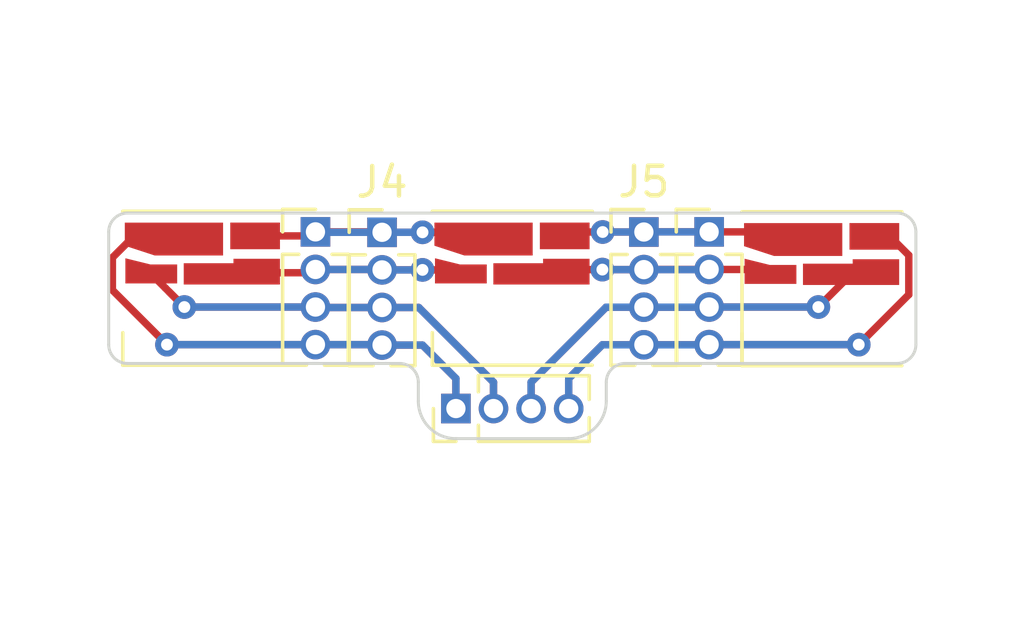
<source format=kicad_pcb>
(kicad_pcb (version 20211014) (generator pcbnew)
  (layers (0 "F.Cu" signal) (31 "B.Cu" signal) (34 "B.Paste" user) (35 "F.Paste" user) (36 "B.SilkS" user "B.Silkscreen") (37 "F.SilkS" user "F.Silkscreen") (38 "B.Mask" user) (39 "F.Mask" user) (44 "Edge.Cuts" user))
  (net 0 "")
  (net 1 "Net-(D1-Pad7)")
  (net 2 "Net-(D1-Pad8)")
  (net 3 "Net-(D2-Pad7)")
  (net 4 "Net-(D2-Pad8)")
  (net 5 "Net-(D1-Pad1)")
  (net 6 "Net-(D1-Pad2)")
  (net 7 "Net-(D3-Pad7)")
  (net 8 "Net-(D3-Pad8)")
  (footprint "FaSTTUBe_LEDs:PLCC8" (layer "F.Cu") (at 173.69 97.79)
    (fp_text reference "D1" hide)
    (fp_text value "CLQ6A_RGB(W)")
    (fp_line (start -2.7 1.5) (end -2.7 2.6) (layer "F.SilkS") (width 0.12))
    (fp_line (start 2.7 2.6) (end -2.7 2.6) (layer "F.SilkS") (width 0.12))
    (fp_line (start -2.7 -2.6) (end 2.7 -2.6) (layer "F.SilkS") (width 0.12))
    (pad "1" smd custom (at -0.971007 -1.666586 180) (size 0.001 0.001) (layers "F.Cu" "F.Paste" "F.Mask") (net 5 "Net-(D1-Pad1)") (options (clearance outline) (anchor rect)) (primitives (gr_poly (pts (xy 1.66 0.55) (xy -1.66 0.55) (xy -1.66 -0.56) (xy 0.65 -0.56) (xy 1.66 -0.23)) (width 0) (fill yes))))
    (pad "2" smd custom (at -1.736989 -0.483081 180) (size 1.75 0.64) (layers "F.Cu" "F.Paste" "F.Mask") (net 6 "Net-(D1-Pad2)") (options (clearance outline) (anchor rect)) (primitives (gr_poly (pts (xy 0.025 0.32) (xy 0.875 0.53) (xy 0.875 0.32)) (width 0) (fill yes))))
    (pad "7" smd custom (at 0.984912 -0.485833 180) (size 3.25 0.72) (layers "F.Cu" "F.Paste" "F.Mask") (net 1 "Net-(D1-Pad7)") (options (clearance outline) (anchor rect)) (primitives (gr_poly (pts (xy -0.055 0.36) (xy -0.055 0.51) (xy -1.625 0.51) (xy -1.625 0.36)) (width 0) (fill yes))))
    (pad "8" smd custom (at 1.771284 -1.768225 180) (size 1.68 0.9) (layers "F.Cu" "F.Paste" "F.Mask") (net 2 "Net-(D1-Pad8)") (options (clearance outline) (anchor rect)) (primitives))
  )
  (footprint "FaSTTUBe_LEDs:PLCC8" (layer "F.Cu") (at 184.15 97.79)
    (fp_text reference "D2" hide)
    (fp_text value "CLQ6A_RGB(W)")
    (fp_line (start 2.7 2.6) (end -2.7 2.6) (layer "F.SilkS") (width 0.12))
    (fp_line (start -2.7 -2.6) (end 2.7 -2.6) (layer "F.SilkS") (width 0.12))
    (fp_line (start -2.7 1.5) (end -2.7 2.6) (layer "F.SilkS") (width 0.12))
    (pad "1" smd custom (at -0.971007 -1.666586 180) (size 0.001 0.001) (layers "F.Cu" "F.Paste" "F.Mask") (net 2 "Net-(D1-Pad8)") (options (clearance outline) (anchor rect)) (primitives (gr_poly (pts (xy 1.66 0.55) (xy -1.66 0.55) (xy -1.66 -0.56) (xy 0.65 -0.56) (xy 1.66 -0.23)) (width 0) (fill yes))))
    (pad "2" smd custom (at -1.736989 -0.483081 180) (size 1.75 0.64) (layers "F.Cu" "F.Paste" "F.Mask") (net 1 "Net-(D1-Pad7)") (options (clearance outline) (anchor rect)) (primitives (gr_poly (pts (xy 0.025 0.32) (xy 0.875 0.53) (xy 0.875 0.32)) (width 0) (fill yes))))
    (pad "7" smd custom (at 0.984912 -0.485833 180) (size 3.25 0.72) (layers "F.Cu" "F.Paste" "F.Mask") (net 3 "Net-(D2-Pad7)") (options (clearance outline) (anchor rect)) (primitives (gr_poly (pts (xy -0.055 0.36) (xy -0.055 0.51) (xy -1.625 0.51) (xy -1.625 0.36)) (width 0) (fill yes))))
    (pad "8" smd custom (at 1.771284 -1.768225 180) (size 1.68 0.9) (layers "F.Cu" "F.Paste" "F.Mask") (net 4 "Net-(D2-Pad8)") (options (clearance outline) (anchor rect)) (primitives))
  )
  (footprint "Connector_PinHeader_1.27mm:PinHeader_1x04_P1.27mm_Vertical" (layer "F.Cu") (at 177.5 95.885)
    (fp_text reference "J2" hide)
    (fp_text value "Conn_01x04_Female")
    (fp_line (start -1.11 4.505) (end -0.30753 4.505) (layer "F.SilkS") (width 0.12))
    (fp_line (start -1.11 0.76) (end -0.563471 0.76) (layer "F.SilkS") (width 0.12))
    (fp_line (start -1.11 0.76) (end -1.11 4.505) (layer "F.SilkS") (width 0.12))
    (fp_line (start -1.11 -0.76) (end 0 -0.76) (layer "F.SilkS") (width 0.12))
    (fp_line (start 0.563471 0.76) (end 1.11 0.76) (layer "F.SilkS") (width 0.12))
    (fp_line (start 1.11 0.76) (end 1.11 4.505) (layer "F.SilkS") (width 0.12))
    (fp_line (start -1.11 0) (end -1.11 -0.76) (layer "F.SilkS") (width 0.12))
    (fp_line (start 0.30753 4.505) (end 1.11 4.505) (layer "F.SilkS") (width 0.12))
    (pad "1" thru_hole rect (at 0 0) (size 1 1) (drill 0.65) (layers *.Cu *.Mask) (net 2 "Net-(D1-Pad8)"))
    (pad "2" thru_hole oval (at 0 1.27) (size 1 1) (drill 0.65) (layers *.Cu *.Mask) (net 1 "Net-(D1-Pad7)"))
    (pad "3" thru_hole oval (at 0 2.54) (size 1 1) (drill 0.65) (layers *.Cu *.Mask) (net 6 "Net-(D1-Pad2)"))
    (pad "4" thru_hole oval (at 0 3.81) (size 1 1) (drill 0.65) (layers *.Cu *.Mask) (net 5 "Net-(D1-Pad1)"))
  )
  (footprint "Connector_PinHeader_1.27mm:PinHeader_1x04_P1.27mm_Vertical" (layer "F.Cu") (at 182.245 101.854 90)
    (fp_text reference "J1" hide)
    (fp_text value "Conn_01x04_Female")
    (fp_line (start 0.30753 4.505) (end 1.11 4.505) (layer "F.SilkS") (width 0.12))
    (fp_line (start -1.11 0.76) (end -1.11 4.505) (layer "F.SilkS") (width 0.12))
    (fp_line (start 1.11 0.76) (end 1.11 4.505) (layer "F.SilkS") (width 0.12))
    (fp_line (start 0.563471 0.76) (end 1.11 0.76) (layer "F.SilkS") (width 0.12))
    (fp_line (start -1.11 0.76) (end -0.563471 0.76) (layer "F.SilkS") (width 0.12))
    (fp_line (start -1.11 -0.76) (end 0 -0.76) (layer "F.SilkS") (width 0.12))
    (fp_line (start -1.11 0) (end -1.11 -0.76) (layer "F.SilkS") (width 0.12))
    (fp_line (start -1.11 4.505) (end -0.30753 4.505) (layer "F.SilkS") (width 0.12))
    (pad "1" thru_hole rect (at 0 0 90) (size 1 1) (drill 0.65) (layers *.Cu *.Mask) (net 5 "Net-(D1-Pad1)"))
    (pad "2" thru_hole oval (at 0 1.27 90) (size 1 1) (drill 0.65) (layers *.Cu *.Mask) (net 6 "Net-(D1-Pad2)"))
    (pad "3" thru_hole oval (at 0 2.54 90) (size 1 1) (drill 0.65) (layers *.Cu *.Mask) (net 7 "Net-(D3-Pad7)"))
    (pad "4" thru_hole oval (at 0 3.81 90) (size 1 1) (drill 0.65) (layers *.Cu *.Mask) (net 8 "Net-(D3-Pad8)"))
  )
  (footprint "FaSTTUBe_LEDs:PLCC8" (layer "F.Cu") (at 194.61 97.805586)
    (fp_text reference "D3" hide)
    (fp_text value "CLQ6A_RGB(W)")
    (fp_line (start -2.7 1.5) (end -2.7 2.6) (layer "F.SilkS") (width 0.12))
    (fp_line (start 2.7 2.6) (end -2.7 2.6) (layer "F.SilkS") (width 0.12))
    (fp_line (start -2.7 -2.6) (end 2.7 -2.6) (layer "F.SilkS") (width 0.12))
    (pad "1" smd custom (at -0.971007 -1.666586 180) (size 0.001 0.001) (layers "F.Cu" "F.Paste" "F.Mask") (net 4 "Net-(D2-Pad8)") (options (clearance outline) (anchor rect)) (primitives (gr_poly (pts (xy 1.66 0.55) (xy -1.66 0.55) (xy -1.66 -0.56) (xy 0.65 -0.56) (xy 1.66 -0.23)) (width 0) (fill yes))))
    (pad "2" smd custom (at -1.736989 -0.483081 180) (size 1.75 0.64) (layers "F.Cu" "F.Paste" "F.Mask") (net 3 "Net-(D2-Pad7)") (options (clearance outline) (anchor rect)) (primitives (gr_poly (pts (xy 0.025 0.32) (xy 0.875 0.53) (xy 0.875 0.32)) (width 0) (fill yes))))
    (pad "7" smd custom (at 0.984912 -0.485833 180) (size 3.25 0.72) (layers "F.Cu" "F.Paste" "F.Mask") (net 7 "Net-(D3-Pad7)") (options (clearance outline) (anchor rect)) (primitives (gr_poly (pts (xy -0.055 0.36) (xy -0.055 0.51) (xy -1.625 0.51) (xy -1.625 0.36)) (width 0) (fill yes))))
    (pad "8" smd custom (at 1.771284 -1.768225 180) (size 1.68 0.9) (layers "F.Cu" "F.Paste" "F.Mask") (net 8 "Net-(D3-Pad8)") (options (clearance outline) (anchor rect)) (primitives))
  )
  (footprint "Connector_PinHeader_1.27mm:PinHeader_1x04_P1.27mm_Vertical" (layer "F.Cu") (at 179.75 95.9)
    (fp_text reference "J4" (at 0 -1.695) (layer "F.SilkS"))
    (fp_text value "Conn_01x04_Female")
    (fp_line (start -1.11 0) (end -1.11 -0.76) (layer "F.SilkS") (width 0.12))
    (fp_line (start -1.11 4.505) (end -0.30753 4.505) (layer "F.SilkS") (width 0.12))
    (fp_line (start -1.11 -0.76) (end 0 -0.76) (layer "F.SilkS") (width 0.12))
    (fp_line (start -1.11 0.76) (end -1.11 4.505) (layer "F.SilkS") (width 0.12))
    (fp_line (start 0.563471 0.76) (end 1.11 0.76) (layer "F.SilkS") (width 0.12))
    (fp_line (start 0.30753 4.505) (end 1.11 4.505) (layer "F.SilkS") (width 0.12))
    (fp_line (start -1.11 0.76) (end -0.563471 0.76) (layer "F.SilkS") (width 0.12))
    (fp_line (start 1.11 0.76) (end 1.11 4.505) (layer "F.SilkS") (width 0.12))
    (pad "1" thru_hole rect (at 0 0) (size 1 1) (drill 0.65) (layers *.Cu *.Mask) (net 2 "Net-(D1-Pad8)"))
    (pad "2" thru_hole oval (at 0 1.27) (size 1 1) (drill 0.65) (layers *.Cu *.Mask) (net 1 "Net-(D1-Pad7)"))
    (pad "3" thru_hole oval (at 0 2.54) (size 1 1) (drill 0.65) (layers *.Cu *.Mask) (net 6 "Net-(D1-Pad2)"))
    (pad "4" thru_hole oval (at 0 3.81) (size 1 1) (drill 0.65) (layers *.Cu *.Mask) (net 5 "Net-(D1-Pad1)"))
  )
  (footprint "Connector_PinHeader_1.27mm:PinHeader_1x04_P1.27mm_Vertical" (layer "F.Cu") (at 190.8 95.885)
    (fp_text reference "J3" hide)
    (fp_text value "Conn_01x04_Female")
    (fp_line (start 1.11 0.76) (end 1.11 4.505) (layer "F.SilkS") (width 0.12))
    (fp_line (start -1.11 0.76) (end -0.563471 0.76) (layer "F.SilkS") (width 0.12))
    (fp_line (start 0.30753 4.505) (end 1.11 4.505) (layer "F.SilkS") (width 0.12))
    (fp_line (start -1.11 0.76) (end -1.11 4.505) (layer "F.SilkS") (width 0.12))
    (fp_line (start 0.563471 0.76) (end 1.11 0.76) (layer "F.SilkS") (width 0.12))
    (fp_line (start -1.11 0) (end -1.11 -0.76) (layer "F.SilkS") (width 0.12))
    (fp_line (start -1.11 -0.76) (end 0 -0.76) (layer "F.SilkS") (width 0.12))
    (fp_line (start -1.11 4.505) (end -0.30753 4.505) (layer "F.SilkS") (width 0.12))
    (pad "1" thru_hole rect (at 0 0) (size 1 1) (drill 0.65) (layers *.Cu *.Mask) (net 4 "Net-(D2-Pad8)"))
    (pad "2" thru_hole oval (at 0 1.27) (size 1 1) (drill 0.65) (layers *.Cu *.Mask) (net 3 "Net-(D2-Pad7)"))
    (pad "3" thru_hole oval (at 0 2.54) (size 1 1) (drill 0.65) (layers *.Cu *.Mask) (net 7 "Net-(D3-Pad7)"))
    (pad "4" thru_hole oval (at 0 3.81) (size 1 1) (drill 0.65) (layers *.Cu *.Mask) (net 8 "Net-(D3-Pad8)"))
  )
  (footprint "Connector_PinHeader_1.27mm:PinHeader_1x04_P1.27mm_Vertical" (layer "F.Cu") (at 188.595 95.89)
    (fp_text reference "J5" (at 0 -1.695) (layer "F.SilkS"))
    (fp_text value "Conn_01x04_Female")
    (fp_line (start -1.11 0.76) (end -0.563471 0.76) (layer "F.SilkS") (width 0.12))
    (fp_line (start -1.11 -0.76) (end 0 -0.76) (layer "F.SilkS") (width 0.12))
    (fp_line (start 0.30753 4.505) (end 1.11 4.505) (layer "F.SilkS") (width 0.12))
    (fp_line (start -1.11 0) (end -1.11 -0.76) (layer "F.SilkS") (width 0.12))
    (fp_line (start 0.563471 0.76) (end 1.11 0.76) (layer "F.SilkS") (width 0.12))
    (fp_line (start -1.11 0.76) (end -1.11 4.505) (layer "F.SilkS") (width 0.12))
    (fp_line (start 1.11 0.76) (end 1.11 4.505) (layer "F.SilkS") (width 0.12))
    (fp_line (start -1.11 4.505) (end -0.30753 4.505) (layer "F.SilkS") (width 0.12))
    (pad "1" thru_hole rect (at 0 0) (size 1 1) (drill 0.65) (layers *.Cu *.Mask) (net 4 "Net-(D2-Pad8)"))
    (pad "2" thru_hole oval (at 0 1.27) (size 1 1) (drill 0.65) (layers *.Cu *.Mask) (net 3 "Net-(D2-Pad7)"))
    (pad "3" thru_hole oval (at 0 2.54) (size 1 1) (drill 0.65) (layers *.Cu *.Mask) (net 7 "Net-(D3-Pad7)"))
    (pad "4" thru_hole oval (at 0 3.81) (size 1 1) (drill 0.65) (layers *.Cu *.Mask) (net 8 "Net-(D3-Pad8)"))
  )
  (gr_line (start 197.15 95.25) (end 171.15 95.25) (layer "Edge.Cuts") (width 0.1))
  (gr_arc (start 197.15 95.25) (mid 197.599013 95.435987) (end 197.785 95.885) (layer "Edge.Cuts") (width 0.1))
  (gr_line (start 186.055 102.87) (end 182.245 102.87) (layer "Edge.Cuts") (width 0.1))
  (gr_arc (start 180.34 100.33) (mid 180.789013 100.515987) (end 180.975 100.965) (layer "Edge.Cuts") (width 0.1))
  (gr_line (start 197.785 99.695) (end 197.785 95.885) (layer "Edge.Cuts") (width 0.1))
  (gr_arc (start 171.15 100.33) (mid 170.700987 100.144013) (end 170.515 99.695) (layer "Edge.Cuts") (width 0.1))
  (gr_line (start 180.975 100.965) (end 180.975 101.6) (layer "Edge.Cuts") (width 0.1))
  (gr_line (start 170.515 99.695) (end 170.515 95.885) (layer "Edge.Cuts") (width 0.1))
  (gr_arc (start 187.325 101.6) (mid 186.953026 102.498026) (end 186.055 102.87) (layer "Edge.Cuts") (width 0.1))
  (gr_line (start 187.96 100.33) (end 197.15 100.33) (layer "Edge.Cuts") (width 0.1))
  (gr_arc (start 170.515 95.885) (mid 170.700987 95.435987) (end 171.15 95.25) (layer "Edge.Cuts") (width 0.1))
  (gr_arc (start 182.245 102.87) (mid 181.346974 102.498026) (end 180.975 101.6) (layer "Edge.Cuts") (width 0.1))
  (gr_arc (start 187.325 100.965) (mid 187.510987 100.515987) (end 187.96 100.33) (layer "Edge.Cuts") (width 0.1))
  (gr_arc (start 197.785 99.695) (mid 197.599013 100.144013) (end 197.15 100.33) (layer "Edge.Cuts") (width 0.1))
  (gr_line (start 171.15 100.33) (end 180.34 100.33) (layer "Edge.Cuts") (width 0.1))
  (gr_line (start 187.325 101.6) (end 187.325 100.965) (layer "Edge.Cuts") (width 0.1))
  (segment (start 179.735 97.155) (end 179.75 97.17) (width 0.25) (layer "F.Cu") (net 1))
  (segment (start 179.75 97.17) (end 181.117 97.17) (width 0.25) (layer "F.Cu") (net 1))
  (segment (start 182.413011 97.306919) (end 182.276092 97.17) (width 0.25) (layer "F.Cu") (net 1))
  (segment (start 182.276092 97.17) (end 181.117 97.17) (width 0.25) (layer "F.Cu") (net 1))
  (segment (start 177.5 97.155) (end 179.735 97.155) (width 0.25) (layer "F.Cu") (net 1))
  (segment (start 174.674912 97.304167) (end 174.713079 97.266) (width 0.25) (layer "F.Cu") (net 1))
  (segment (start 174.713079 97.266) (end 177.5 97.266) (width 0.25) (layer "F.Cu") (net 1))
  (via (at 181.117 97.17) (size 0.8) (drill 0.4) (layers "F.Cu" "B.Cu") (net 1))
  (segment (start 177.5 97.155) (end 179.735 97.155) (width 0.25) (layer "B.Cu") (net 1))
  (segment (start 181.117 97.17) (end 179.75 97.17) (width 0.25) (layer "B.Cu") (net 1))
  (segment (start 179.735 97.155) (end 179.75 97.17) (width 0.25) (layer "B.Cu") (net 1))
  (segment (start 177.5 95.885) (end 179.735 95.885) (width 0.25) (layer "F.Cu") (net 2))
  (segment (start 182.955579 95.9) (end 183.178993 96.123414) (width 0.25) (layer "F.Cu") (net 2))
  (segment (start 182.940579 95.885) (end 183.178993 96.123414) (width 0.25) (layer "F.Cu") (net 2))
  (segment (start 177.363225 96.021775) (end 177.5 95.885) (width 0.25) (layer "F.Cu") (net 2))
  (segment (start 175.461284 96.021775) (end 177.363225 96.021775) (width 0.25) (layer "F.Cu") (net 2))
  (segment (start 179.75 95.9) (end 182.955579 95.9) (width 0.25) (layer "F.Cu") (net 2))
  (segment (start 179.735 95.885) (end 179.75 95.9) (width 0.25) (layer "F.Cu") (net 2))
  (via (at 181.117 95.9) (size 0.8) (drill 0.4) (layers "F.Cu" "B.Cu") (net 2))
  (segment (start 179.75 95.9) (end 181.117 95.9) (width 0.25) (layer "B.Cu") (net 2))
  (segment (start 179.75 95.9) (end 177.515 95.9) (width 0.25) (layer "B.Cu") (net 2))
  (segment (start 177.515 95.9) (end 177.5 95.885) (width 0.25) (layer "B.Cu") (net 2))
  (segment (start 188.595 97.16) (end 187.193 97.16) (width 0.25) (layer "F.Cu") (net 3))
  (segment (start 185.279079 97.16) (end 185.134912 97.304167) (width 0.25) (layer "F.Cu") (net 3))
  (segment (start 188.6 97.155) (end 188.595 97.16) (width 0.25) (layer "F.Cu") (net 3))
  (segment (start 190.8 97.155) (end 192.705506 97.155) (width 0.25) (layer "F.Cu") (net 3))
  (segment (start 190.627506 97.282) (end 190.668011 97.322505) (width 0.25) (layer "F.Cu") (net 3))
  (segment (start 187.193 97.16) (end 185.279079 97.16) (width 0.25) (layer "F.Cu") (net 3))
  (segment (start 192.705506 97.155) (end 192.873011 97.322505) (width 0.25) (layer "F.Cu") (net 3))
  (segment (start 190.8 97.155) (end 188.6 97.155) (width 0.25) (layer "F.Cu") (net 3))
  (via (at 187.193 97.16) (size 0.8) (drill 0.4) (layers "F.Cu" "B.Cu") (net 3))
  (segment (start 188.595 97.16) (end 187.193 97.16) (width 0.25) (layer "B.Cu") (net 3))
  (segment (start 190.795 97.16) (end 190.8 97.155) (width 0.25) (layer "B.Cu") (net 3))
  (segment (start 188.595 97.16) (end 190.795 97.16) (width 0.25) (layer "B.Cu") (net 3))
  (segment (start 193.638993 96.139) (end 193.384993 95.885) (width 0.25) (layer "F.Cu") (net 4))
  (segment (start 187.203 95.89) (end 186.053059 95.89) (width 0.25) (layer "F.Cu") (net 4))
  (segment (start 190.8 95.885) (end 188.6 95.885) (width 0.25) (layer "F.Cu") (net 4))
  (segment (start 193.384993 95.885) (end 190.8 95.885) (width 0.25) (layer "F.Cu") (net 4))
  (segment (start 188.6 95.885) (end 188.595 95.89) (width 0.25) (layer "F.Cu") (net 4))
  (segment (start 186.053059 95.89) (end 185.921284 96.021775) (width 0.25) (layer "F.Cu") (net 4))
  (segment (start 188.595 95.89) (end 187.203 95.89) (width 0.25) (layer "F.Cu") (net 4))
  (via (at 187.203 95.89) (size 0.8) (drill 0.4) (layers "F.Cu" "B.Cu") (net 4))
  (segment (start 187.203 95.89) (end 188.595 95.89) (width 0.25) (layer "B.Cu") (net 4))
  (segment (start 190.8 95.885) (end 188.6 95.885) (width 0.25) (layer "B.Cu") (net 4))
  (segment (start 188.6 95.885) (end 188.595 95.89) (width 0.25) (layer "B.Cu") (net 4))
  (segment (start 170.64 96.75531) (end 171.271896 96.123414) (width 0.25) (layer "F.Cu") (net 5))
  (segment (start 172.4835 99.695) (end 170.64 97.8515) (width 0.25) (layer "F.Cu") (net 5))
  (segment (start 170.64 97.8515) (end 170.64 96.75531) (width 0.25) (layer "F.Cu") (net 5))
  (segment (start 177.5 99.695) (end 179.735 99.695) (width 0.25) (layer "F.Cu") (net 5))
  (segment (start 182.245 100.840396) (end 181.114604 99.71) (width 0.25) (layer "F.Cu") (net 5))
  (segment (start 177.5 99.695) (end 172.4835 99.695) (width 0.25) (layer "F.Cu") (net 5))
  (segment (start 182.245 101.854) (end 182.245 100.840396) (width 0.25) (layer "F.Cu") (net 5))
  (segment (start 181.114604 99.71) (end 179.75 99.71) (width 0.25) (layer "F.Cu") (net 5))
  (segment (start 171.271896 96.123414) (end 172.718993 96.123414) (width 0.25) (layer "F.Cu") (net 5))
  (segment (start 179.735 99.695) (end 179.75 99.71) (width 0.25) (layer "F.Cu") (net 5))
  (via (at 172.4835 99.695) (size 0.8) (drill 0.4) (layers "F.Cu" "B.Cu") (net 5))
  (segment (start 181.117 99.71) (end 179.75 99.71) (width 0.25) (layer "B.Cu") (net 5))
  (segment (start 177.5 99.695) (end 172.4835 99.695) (width 0.25) (layer "B.Cu") (net 5))
  (segment (start 177.5 99.695) (end 179.735 99.695) (width 0.25) (layer "B.Cu") (net 5))
  (segment (start 179.735 99.695) (end 179.75 99.71) (width 0.25) (layer "B.Cu") (net 5))
  (segment (start 182.245 100.838) (end 181.117 99.71) (width 0.25) (layer "B.Cu") (net 5))
  (segment (start 182.245 101.854) (end 182.245 100.838) (width 0.25) (layer "B.Cu") (net 5))
  (segment (start 180.99 98.44) (end 183.515 100.965) (width 0.25) (layer "F.Cu") (net 6))
  (segment (start 173.071092 98.425) (end 177.5 98.425) (width 0.25) (layer "F.Cu") (net 6))
  (segment (start 177.515 98.44) (end 177.5 98.425) (width 0.25) (layer "F.Cu") (net 6))
  (segment (start 172.428046 97.781954) (end 173.071092 98.425) (width 0.25) (layer "F.Cu") (net 6))
  (segment (start 179.75 98.44) (end 177.515 98.44) (width 0.25) (layer "F.Cu") (net 6))
  (segment (start 183.515 100.965) (end 183.515 101.854) (width 0.25) (layer "F.Cu") (net 6))
  (segment (start 179.75 98.44) (end 180.99 98.44) (width 0.25) (layer "F.Cu") (net 6))
  (segment (start 171.953011 97.306919) (end 172.428046 97.781954) (width 0.25) (layer "F.Cu") (net 6))
  (segment (start 173.071092 98.425) (end 172.554528 97.908436) (width 0.25) (layer "F.Cu") (net 6))
  (via (at 173.071092 98.425) (size 0.8) (drill 0.4) (layers "F.Cu" "B.Cu") (net 6))
  (segment (start 180.99 98.44) (end 179.75 98.44) (width 0.25) (layer "B.Cu") (net 6))
  (segment (start 183.515 101.854) (end 183.515 100.965) (width 0.25) (layer "B.Cu") (net 6))
  (segment (start 177.515 98.44) (end 177.5 98.425) (width 0.25) (layer "B.Cu") (net 6))
  (segment (start 177.5 98.425) (end 173.071092 98.425) (width 0.25) (layer "B.Cu") (net 6))
  (segment (start 183.515 100.965) (end 180.99 98.44) (width 0.25) (layer "B.Cu") (net 6))
  (segment (start 179.75 98.44) (end 177.515 98.44) (width 0.25) (layer "B.Cu") (net 6))
  (segment (start 194.489665 98.425) (end 195.594912 97.319753) (width 0.25) (layer "F.Cu") (net 7))
  (segment (start 184.785 100.965) (end 187.32 98.43) (width 0.25) (layer "F.Cu") (net 7))
  (segment (start 184.785 101.854) (end 184.785 100.965) (width 0.25) (layer "F.Cu") (net 7))
  (segment (start 187.32 98.43) (end 188.595 98.43) (width 0.25) (layer "F.Cu") (net 7))
  (segment (start 188.595 98.43) (end 190.795 98.43) (width 0.25) (layer "F.Cu") (net 7))
  (segment (start 190.8 98.425) (end 194.489665 98.425) (width 0.25) (layer "F.Cu") (net 7))
  (segment (start 190.795 98.43) (end 190.8 98.425) (width 0.25) (layer "F.Cu") (net 7))
  (via (at 194.489665 98.425) (size 0.8) (drill 0.4) (layers "F.Cu" "B.Cu") (net 7))
  (segment (start 184.785 100.965) (end 184.785 101.854) (width 0.25) (layer "B.Cu") (net 7))
  (segment (start 190.795 98.43) (end 190.8 98.425) (width 0.25) (layer "B.Cu") (net 7))
  (segment (start 190.8 98.425) (end 194.489665 98.425) (width 0.25) (layer "B.Cu") (net 7))
  (segment (start 188.595 98.43) (end 190.795 98.43) (width 0.25) (layer "B.Cu") (net 7))
  (segment (start 188.595 98.43) (end 187.32 98.43) (width 0.25) (layer "B.Cu") (net 7))
  (segment (start 187.32 98.43) (end 184.785 100.965) (width 0.25) (layer "B.Cu") (net 7))
  (segment (start 196.90714 96.037361) (end 196.381284 96.037361) (width 0.25) (layer "F.Cu") (net 8))
  (segment (start 186.055 101.854) (end 186.055 100.838) (width 0.25) (layer "F.Cu") (net 8))
  (segment (start 190.795 99.7) (end 190.8 99.695) (width 0.25) (layer "F.Cu") (net 8))
  (segment (start 195.854665 99.695) (end 197.544912 98.004753) (width 0.25) (layer "F.Cu") (net 8))
  (segment (start 190.8 99.695) (end 195.854665 99.695) (width 0.25) (layer "F.Cu") (net 8))
  (segment (start 197.544912 98.004753) (end 197.544912 96.675133) (width 0.25) (layer "F.Cu") (net 8))
  (segment (start 187.193 99.7) (end 188.595 99.7) (width 0.25) (layer "F.Cu") (net 8))
  (segment (start 197.544912 96.675133) (end 196.90714 96.037361) (width 0.25) (layer "F.Cu") (net 8))
  (segment (start 186.055 100.838) (end 187.193 99.7) (width 0.25) (layer "F.Cu") (net 8))
  (segment (start 188.595 99.7) (end 190.795 99.7) (width 0.25) (layer "F.Cu") (net 8))
  (via (at 195.854665 99.695) (size 0.8) (drill 0.4) (layers "F.Cu" "B.Cu") (net 8))
  (segment (start 188.595 99.7) (end 190.795 99.7) (width 0.25) (layer "B.Cu") (net 8))
  (segment (start 187.194396 99.7) (end 186.055 100.839396) (width 0.25) (layer "B.Cu") (net 8))
  (segment (start 188.595 99.7) (end 187.194396 99.7) (width 0.25) (layer "B.Cu") (net 8))
  (segment (start 186.055 100.839396) (end 186.055 101.854) (width 0.25) (layer "B.Cu") (net 8))
  (segment (start 190.795 99.7) (end 190.8 99.695) (width 0.25) (layer "B.Cu") (net 8))
  (segment (start 190.8 99.695) (end 195.854665 99.695) (width 0.25) (layer "B.Cu") (net 8))
)
</source>
